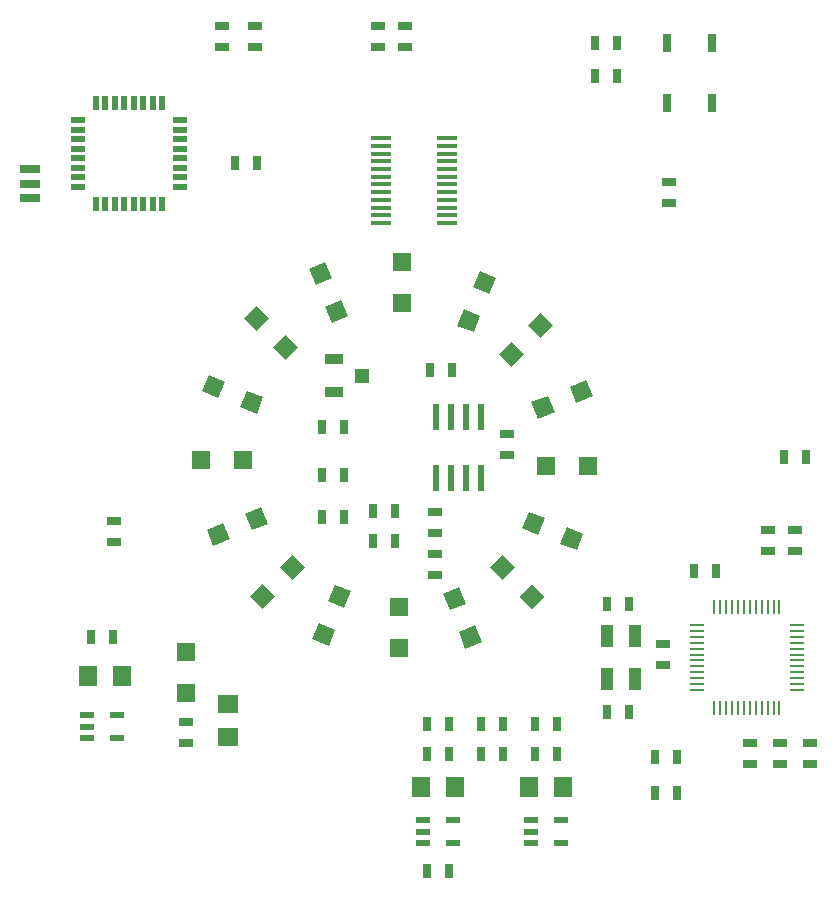
<source format=gtp>
G75*
G70*
%OFA0B0*%
%FSLAX24Y24*%
%IPPOS*%
%LPD*%
%AMOC8*
5,1,8,0,0,1.08239X$1,22.5*
%
%ADD10R,0.0472X0.0217*%
%ADD11R,0.0709X0.0630*%
%ADD12R,0.0500X0.0220*%
%ADD13R,0.0220X0.0500*%
%ADD14R,0.0100X0.0450*%
%ADD15R,0.0450X0.0100*%
%ADD16R,0.0433X0.0748*%
%ADD17R,0.0669X0.0276*%
%ADD18R,0.0300X0.0600*%
%ADD19R,0.0660X0.0140*%
%ADD20R,0.0591X0.0591*%
%ADD21R,0.0591X0.0591*%
%ADD22R,0.0236X0.0866*%
%ADD23R,0.0630X0.0709*%
%ADD24R,0.0472X0.0315*%
%ADD25R,0.0315X0.0472*%
%ADD26R,0.0630X0.0354*%
%ADD27R,0.0512X0.0512*%
D10*
X007922Y005776D03*
X007922Y006150D03*
X007922Y006524D03*
X008946Y006524D03*
X008946Y005776D03*
X019122Y003024D03*
X019122Y002650D03*
X019122Y002276D03*
X020146Y002276D03*
X020146Y003024D03*
X022722Y003024D03*
X022722Y002650D03*
X022722Y002276D03*
X023746Y002276D03*
X023746Y003024D03*
D11*
X012634Y005799D03*
X012634Y006901D03*
D12*
X011024Y024148D03*
X011024Y024463D03*
X011024Y024778D03*
X011024Y025093D03*
X011024Y025407D03*
X011024Y025722D03*
X011024Y026037D03*
X011024Y026352D03*
X007644Y026352D03*
X007644Y026037D03*
X007644Y025722D03*
X007644Y025407D03*
X007644Y025093D03*
X007644Y024778D03*
X007644Y024463D03*
X007644Y024148D03*
D13*
X008231Y023560D03*
X008546Y023560D03*
X008861Y023560D03*
X009176Y023560D03*
X009491Y023560D03*
X009806Y023560D03*
X010121Y023560D03*
X010436Y023560D03*
X010436Y026940D03*
X010121Y026940D03*
X009806Y026940D03*
X009491Y026940D03*
X009176Y026940D03*
X008861Y026940D03*
X008546Y026940D03*
X008231Y026940D03*
D14*
X028851Y010123D03*
X029048Y010123D03*
X029245Y010123D03*
X029442Y010123D03*
X029638Y010123D03*
X029835Y010123D03*
X030032Y010123D03*
X030229Y010123D03*
X030426Y010123D03*
X030623Y010123D03*
X030820Y010123D03*
X031016Y010123D03*
X031016Y006777D03*
X030820Y006777D03*
X030623Y006777D03*
X030426Y006777D03*
X030229Y006777D03*
X030032Y006777D03*
X029835Y006777D03*
X029638Y006777D03*
X029442Y006777D03*
X029245Y006777D03*
X029048Y006777D03*
X028851Y006777D03*
D15*
X028260Y007367D03*
X028260Y007564D03*
X028260Y007761D03*
X028260Y007958D03*
X028260Y008155D03*
X028260Y008352D03*
X028260Y008548D03*
X028260Y008745D03*
X028260Y008942D03*
X028260Y009139D03*
X028260Y009336D03*
X028260Y009533D03*
X031607Y009533D03*
X031607Y009336D03*
X031607Y009139D03*
X031607Y008942D03*
X031607Y008745D03*
X031607Y008548D03*
X031607Y008352D03*
X031607Y008155D03*
X031607Y007958D03*
X031607Y007761D03*
X031607Y007564D03*
X031607Y007367D03*
D16*
X026186Y007722D03*
X025281Y007722D03*
X025281Y009178D03*
X026186Y009178D03*
D17*
X006034Y023778D03*
X006034Y024250D03*
X006034Y024722D03*
D18*
X027284Y026950D03*
X028784Y026950D03*
X028784Y028950D03*
X027284Y028950D03*
D19*
X019944Y025760D03*
X019944Y025500D03*
X019944Y025250D03*
X019944Y024990D03*
X019944Y024730D03*
X019944Y024480D03*
X019944Y024220D03*
X019944Y023970D03*
X019944Y023710D03*
X019944Y023450D03*
X019944Y023200D03*
X019944Y022940D03*
X017724Y022940D03*
X017724Y023200D03*
X017724Y023450D03*
X017724Y023710D03*
X017724Y023970D03*
X017724Y024220D03*
X017724Y024480D03*
X017724Y024730D03*
X017724Y024990D03*
X017724Y025250D03*
X017724Y025500D03*
X017724Y025760D03*
D20*
X018434Y021639D03*
X018434Y020261D03*
X013123Y015050D03*
X011745Y015050D03*
X018334Y010139D03*
X018334Y008761D03*
X023245Y014850D03*
X024623Y014850D03*
X011234Y008639D03*
X011234Y007261D03*
D21*
G36*
X013800Y010909D02*
X014217Y010492D01*
X013800Y010075D01*
X013383Y010492D01*
X013800Y010909D01*
G37*
G36*
X014774Y011883D02*
X015191Y011466D01*
X014774Y011049D01*
X014357Y011466D01*
X014774Y011883D01*
G37*
G36*
X013737Y013460D02*
X013963Y012916D01*
X013419Y012690D01*
X013193Y013234D01*
X013737Y013460D01*
G37*
G36*
X012464Y012933D02*
X012690Y012389D01*
X012146Y012163D01*
X011920Y012707D01*
X012464Y012933D01*
G37*
G36*
X016200Y010879D02*
X016744Y010653D01*
X016518Y010109D01*
X015974Y010335D01*
X016200Y010879D01*
G37*
G36*
X015673Y009606D02*
X016217Y009380D01*
X015991Y008836D01*
X015447Y009062D01*
X015673Y009606D01*
G37*
G36*
X019794Y010565D02*
X020338Y010791D01*
X020564Y010247D01*
X020020Y010021D01*
X019794Y010565D01*
G37*
G36*
X020321Y009292D02*
X020865Y009518D01*
X021091Y008974D01*
X020547Y008748D01*
X020321Y009292D01*
G37*
G36*
X021371Y011454D02*
X021788Y011871D01*
X022205Y011454D01*
X021788Y011037D01*
X021371Y011454D01*
G37*
G36*
X022345Y010480D02*
X022762Y010897D01*
X023179Y010480D01*
X022762Y010063D01*
X022345Y010480D01*
G37*
G36*
X023708Y012243D02*
X023934Y012787D01*
X024478Y012561D01*
X024252Y012017D01*
X023708Y012243D01*
G37*
G36*
X022435Y012771D02*
X022661Y013315D01*
X023205Y013089D01*
X022979Y012545D01*
X022435Y012771D01*
G37*
G36*
X022976Y016409D02*
X022750Y016953D01*
X023294Y017179D01*
X023520Y016635D01*
X022976Y016409D01*
G37*
G36*
X024249Y016936D02*
X024023Y017480D01*
X024567Y017706D01*
X024793Y017162D01*
X024249Y016936D01*
G37*
G36*
X022093Y018134D02*
X021676Y018551D01*
X022093Y018968D01*
X022510Y018551D01*
X022093Y018134D01*
G37*
G36*
X023067Y019108D02*
X022650Y019525D01*
X023067Y019942D01*
X023484Y019525D01*
X023067Y019108D01*
G37*
G36*
X021349Y020563D02*
X020805Y020789D01*
X021031Y021333D01*
X021575Y021107D01*
X021349Y020563D01*
G37*
G36*
X020821Y019290D02*
X020277Y019516D01*
X020503Y020060D01*
X021047Y019834D01*
X020821Y019290D01*
G37*
G36*
X016629Y019823D02*
X016085Y019597D01*
X015859Y020141D01*
X016403Y020367D01*
X016629Y019823D01*
G37*
G36*
X016102Y021096D02*
X015558Y020870D01*
X015332Y021414D01*
X015876Y021640D01*
X016102Y021096D01*
G37*
G36*
X014967Y018792D02*
X014550Y018375D01*
X014133Y018792D01*
X014550Y019209D01*
X014967Y018792D01*
G37*
G36*
X013993Y019766D02*
X013576Y019349D01*
X013159Y019766D01*
X013576Y020183D01*
X013993Y019766D01*
G37*
G36*
X012538Y017649D02*
X012312Y017105D01*
X011768Y017331D01*
X011994Y017875D01*
X012538Y017649D01*
G37*
G36*
X013811Y017122D02*
X013585Y016578D01*
X013041Y016804D01*
X013267Y017348D01*
X013811Y017122D01*
G37*
D22*
X019584Y016474D03*
X020084Y016474D03*
X020584Y016474D03*
X021084Y016474D03*
X021084Y014426D03*
X020584Y014426D03*
X020084Y014426D03*
X019584Y014426D03*
D23*
X009085Y007850D03*
X007983Y007850D03*
X019083Y004150D03*
X020185Y004150D03*
X022683Y004150D03*
X023785Y004150D03*
D24*
X027134Y008196D03*
X027134Y008904D03*
X030034Y005604D03*
X030034Y004896D03*
X031034Y004896D03*
X031034Y005604D03*
X032034Y005604D03*
X032034Y004896D03*
X031534Y011996D03*
X031534Y012704D03*
X030634Y012704D03*
X030634Y011996D03*
X021934Y015196D03*
X021934Y015904D03*
X019534Y013304D03*
X019534Y012596D03*
X019534Y011904D03*
X019534Y011196D03*
X011234Y006304D03*
X011234Y005596D03*
X008834Y012296D03*
X008834Y013004D03*
X012434Y028796D03*
X012434Y029504D03*
X013534Y029504D03*
X013534Y028796D03*
X017634Y028796D03*
X017634Y029504D03*
X018534Y029504D03*
X018534Y028796D03*
X027334Y024304D03*
X027334Y023596D03*
D25*
X025588Y027850D03*
X024879Y027850D03*
X024879Y028950D03*
X025588Y028950D03*
X020088Y018050D03*
X019379Y018050D03*
X016488Y016150D03*
X015779Y016150D03*
X015779Y014550D03*
X016488Y014550D03*
X016488Y013150D03*
X015779Y013150D03*
X017479Y013350D03*
X018188Y013350D03*
X018188Y012350D03*
X017479Y012350D03*
X019279Y006250D03*
X019988Y006250D03*
X019988Y005250D03*
X019279Y005250D03*
X021079Y005250D03*
X021788Y005250D03*
X021788Y006250D03*
X021079Y006250D03*
X022879Y006250D03*
X023588Y006250D03*
X023588Y005250D03*
X022879Y005250D03*
X025279Y006650D03*
X025988Y006650D03*
X026879Y005150D03*
X027588Y005150D03*
X027588Y003950D03*
X026879Y003950D03*
X025988Y010250D03*
X025279Y010250D03*
X028179Y011350D03*
X028888Y011350D03*
X031179Y015150D03*
X031888Y015150D03*
X019988Y001350D03*
X019279Y001350D03*
X008788Y009150D03*
X008079Y009150D03*
X012879Y024950D03*
X013588Y024950D03*
D26*
X016155Y018401D03*
X016155Y017299D03*
D27*
X017112Y017850D03*
M02*

</source>
